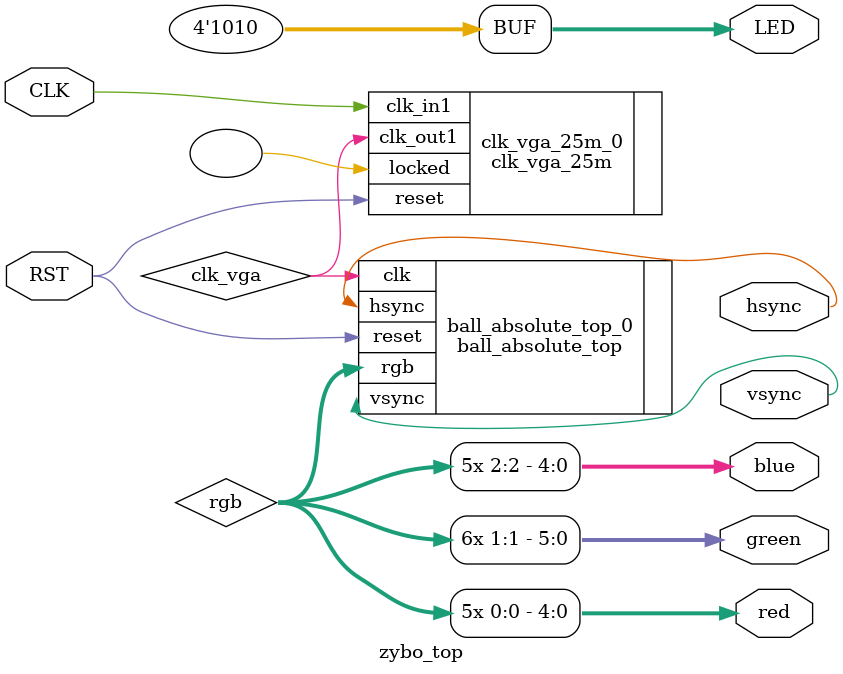
<source format=v>
module zybo_top(

//system
input         CLK,
input         RST,
output [3:0]  LED,

//video
output  hsync,
output  vsync,
output [4:0]  red,
output [5:0]  green,
output [4:0]  blue

);

wire clk_vga;
wire [9:0] hpos;
wire [9:0] vpos;
wire [2:0] rgb;

assign  LED = 4'b1010;

clk_vga_25m clk_vga_25m_0 (
  .clk_out1(clk_vga),
  .reset(RST), 
  .locked(),
  .clk_in1(CLK)
);

ball_absolute_top ball_absolute_top_0 (
  .clk    (clk_vga),
  .reset  (RST),
  .hsync  (hsync),
  .vsync  (vsync),
  .rgb    (rgb)
);

assign red = { 5{rgb[0]} };
assign green = { 6{rgb[1]} };
assign blue = { 5{rgb[2]} };

endmodule

</source>
